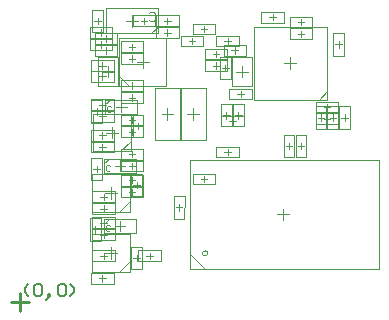
<source format=gbr>
%TF.GenerationSoftware,Altium Limited,Altium Designer,23.9.2 (47)*%
G04 Layer_Color=32768*
%FSLAX45Y45*%
%MOMM*%
%TF.SameCoordinates,AC4A3DE0-5486-420A-B1FF-1F5B93080124*%
%TF.FilePolarity,Positive*%
%TF.FileFunction,Other,Assembly_Notes*%
%TF.Part,Single*%
G01*
G75*
%TA.AperFunction,NonConductor*%
%ADD34C,0.20000*%
%ADD96C,0.10000*%
%ADD97C,0.25400*%
D34*
X73322Y53322D02*
X40000Y86645D01*
Y119968D01*
X73322Y153290D01*
X123306Y136629D02*
X139968Y153290D01*
X173290D01*
X189951Y136629D01*
Y69984D01*
X173290Y53322D01*
X139968D01*
X123306Y69984D01*
Y136629D01*
X239936Y36661D02*
X256597Y53322D01*
Y69984D01*
X239936D01*
Y53322D01*
X256597D01*
X239936Y36661D01*
X223274Y20000D01*
X323242Y136629D02*
X339903Y153290D01*
X373226D01*
X389887Y136629D01*
Y69984D01*
X373226Y53322D01*
X339903D01*
X323242Y69984D01*
Y136629D01*
X423210Y53322D02*
X456532Y86645D01*
Y119968D01*
X423210Y153290D01*
D96*
X1592361Y410000D02*
G03*
X1592361Y410000I-22361J0D01*
G01*
X665000Y2075000D02*
X835000D01*
X665000Y1825000D02*
X835000D01*
Y2075000D01*
X665000Y1825000D02*
Y2075000D01*
X750000Y1900000D02*
Y2000000D01*
X700000Y1950000D02*
X800000D01*
X1795000Y1825000D02*
X1965000D01*
X1795000Y2075000D02*
X1965000D01*
X1795000Y1825000D02*
Y2075000D01*
X1965000Y1825000D02*
Y2075000D01*
X1880001Y1900000D02*
Y2000000D01*
X1830000Y1950000D02*
X1930000D01*
X840000Y1830000D02*
X1240000D01*
X840000Y2230000D02*
X1240000D01*
X840000Y1830000D02*
Y2230000D01*
X1240000Y1830000D02*
Y2230000D01*
X1040000Y1980000D02*
Y2080000D01*
X990000Y2030000D02*
X1090000D01*
X845000Y1905567D02*
X920567Y1830000D01*
X2600000Y1710000D02*
Y2330000D01*
X1980000Y1710000D02*
Y2330000D01*
Y1710000D02*
X2600000D01*
X1980000Y2330000D02*
X2600000D01*
X2240000Y2020000D02*
X2340000D01*
X2290000Y1970000D02*
Y2070000D01*
X2529406Y1712253D02*
X2598601Y1781448D01*
X1440000Y405000D02*
X1565000Y280000D01*
X1440000Y405000D02*
Y1200000D01*
Y280000D02*
X1565000D01*
X1440000D02*
Y400000D01*
X1540000Y280000D02*
X3045000D01*
X2230000Y690000D02*
Y790000D01*
X2180000Y740000D02*
X2280000D01*
X1440000Y1200000D02*
X3045000Y1200000D01*
Y280000D02*
Y1200000D01*
X620000Y1273289D02*
Y1593289D01*
X940000D01*
X730000Y1433289D02*
X830000D01*
X780000Y1383289D02*
Y1483289D01*
X940000Y1363289D02*
Y1593289D01*
X850000Y1273289D02*
X940000Y1363289D01*
X620000Y1273289D02*
X850000D01*
X940000D01*
Y1363289D01*
X610000Y763289D02*
Y1083289D01*
X930000D01*
X720000Y923289D02*
X820000D01*
X770000Y873289D02*
Y973289D01*
X930000Y853289D02*
Y1083289D01*
X840000Y763289D02*
X930000Y853289D01*
X610000Y763289D02*
X840000D01*
X930000D01*
Y853289D01*
X610000Y253289D02*
Y573289D01*
X930000D01*
X720000Y413289D02*
X820000D01*
X770000Y363289D02*
Y463289D01*
X930000Y343289D02*
Y573289D01*
X840000Y253289D02*
X930000Y343289D01*
X610000Y253289D02*
X840000D01*
X930000D01*
Y343289D01*
X1050000Y2352500D02*
Y2407500D01*
X1022500Y2380000D02*
X1077500D01*
X955000Y2425000D02*
X1145000D01*
Y2335000D02*
Y2425000D01*
X955000Y2335000D02*
Y2425000D01*
Y2335000D02*
X1145000D01*
X1660000Y2072500D02*
Y2127500D01*
X1632500Y2100000D02*
X1687500D01*
X1565000Y2145000D02*
X1755000D01*
Y2055000D02*
Y2145000D01*
X1565000Y2055000D02*
Y2145000D01*
Y2055000D02*
X1755000D01*
X622500Y1613289D02*
X677500D01*
X650000Y1585789D02*
Y1640789D01*
X695000Y1518289D02*
Y1708289D01*
X605000D02*
X695000D01*
X605000Y1518289D02*
X695000D01*
X605000D02*
Y1708289D01*
X1800000Y1502500D02*
Y1557500D01*
X1772500Y1530000D02*
X1827500D01*
X1705000Y1575000D02*
X1895000D01*
Y1485000D02*
Y1575000D01*
X1705000Y1485000D02*
Y1575000D01*
Y1485000D02*
X1895000D01*
X710000Y362500D02*
Y417500D01*
X682500Y390000D02*
X737500D01*
X615000Y435000D02*
X805000D01*
Y345000D02*
Y435000D01*
X615000Y345000D02*
Y435000D01*
Y345000D02*
X805000D01*
X2522500Y1560000D02*
X2577500D01*
X2550000Y1532500D02*
Y1587500D01*
X2595000Y1465000D02*
Y1655000D01*
X2505000D02*
X2595000D01*
X2505000Y1465000D02*
X2595000D01*
X2505000D02*
Y1655000D01*
X2600000Y1622500D02*
Y1677500D01*
X2572500Y1650000D02*
X2627500D01*
X2505000Y1695000D02*
X2695000D01*
Y1605000D02*
Y1695000D01*
X2505000Y1605000D02*
Y1695000D01*
Y1605000D02*
X2695000D01*
X2380000Y2242500D02*
Y2297500D01*
X2352500Y2270000D02*
X2407500D01*
X2285000Y2225000D02*
X2475000D01*
X2285000D02*
Y2315000D01*
X2475000Y2225000D02*
Y2315000D01*
X2285000D02*
X2475000D01*
X700000Y1642500D02*
Y1697500D01*
X672500Y1670000D02*
X727500D01*
X605000Y1715000D02*
X795000D01*
Y1625000D02*
Y1715000D01*
X605000Y1625000D02*
Y1715000D01*
Y1625000D02*
X795000D01*
X709999Y862498D02*
Y917499D01*
X682500Y889998D02*
X737499D01*
X614999Y934998D02*
X804999D01*
Y844999D02*
Y934998D01*
X614999Y844999D02*
Y934998D01*
Y844999D02*
X804999D01*
X950000Y1222500D02*
Y1277500D01*
X922500Y1250000D02*
X977500D01*
X855000Y1295000D02*
X1045000D01*
Y1205000D02*
Y1295000D01*
X855000Y1205000D02*
Y1295000D01*
Y1205000D02*
X1045000D01*
X950000Y1802500D02*
Y1857500D01*
X922500Y1830000D02*
X977500D01*
X855000Y1875000D02*
X1045000D01*
Y1785000D02*
Y1875000D01*
X855000Y1785000D02*
Y1875000D01*
Y1785000D02*
X1045000D01*
X700000Y1972500D02*
Y2027500D01*
X672500Y2000000D02*
X727500D01*
X605000Y2045000D02*
X795000D01*
Y1955000D02*
Y2045000D01*
X605000Y1955000D02*
Y2045000D01*
Y1955000D02*
X795000D01*
X1250000Y2352500D02*
Y2407500D01*
X1222500Y2380000D02*
X1277500D01*
X1155000Y2425000D02*
X1345000D01*
Y2335000D02*
Y2425000D01*
X1155000Y2335000D02*
Y2425000D01*
Y2335000D02*
X1345000D01*
X2722500Y1560000D02*
X2777500D01*
X2750000Y1532500D02*
Y1587500D01*
X2795000Y1465000D02*
Y1655000D01*
X2705000D02*
X2795000D01*
X2705000Y1465000D02*
X2795000D01*
X2705000D02*
Y1655000D01*
X2622500Y1560000D02*
X2677500D01*
X2650000Y1532500D02*
Y1587500D01*
X2695000Y1465000D02*
Y1655000D01*
X2605000D02*
X2695000D01*
X2605000Y1465000D02*
X2695000D01*
X2605000D02*
Y1655000D01*
X1560000Y2282500D02*
Y2337500D01*
X1532500Y2310000D02*
X1587500D01*
X1465000Y2355000D02*
X1655000D01*
Y2265000D02*
Y2355000D01*
X1465000Y2265000D02*
Y2355000D01*
Y2265000D02*
X1655000D01*
X950000Y1512500D02*
Y1567500D01*
X922500Y1540000D02*
X977500D01*
X855000Y1585000D02*
X1045000D01*
Y1495000D02*
Y1585000D01*
X855000Y1495000D02*
Y1585000D01*
Y1495000D02*
X1045000D01*
X1760000Y2182500D02*
Y2237500D01*
X1732500Y2210000D02*
X1787500D01*
X1665000Y2255000D02*
X1855000D01*
Y2165000D02*
Y2255000D01*
X1665000Y2165000D02*
Y2255000D01*
Y2165000D02*
X1855000D01*
X2252500Y1320000D02*
X2307500D01*
X2280000Y1292500D02*
Y1347500D01*
X2325000Y1225000D02*
Y1415000D01*
X2235000D02*
X2325000D01*
X2235000Y1225000D02*
X2325000D01*
X2235000D02*
Y1415000D01*
X2352500Y1320000D02*
X2407500D01*
X2380000Y1292500D02*
Y1347500D01*
X2425000Y1225000D02*
Y1415000D01*
X2335000D02*
X2425000D01*
X2335000Y1225000D02*
X2425000D01*
X2335000D02*
Y1415000D01*
X950000Y1002500D02*
Y1057500D01*
X922500Y1030000D02*
X977500D01*
X855000Y1075000D02*
X1045000D01*
Y985000D02*
Y1075000D01*
X855000Y985000D02*
Y1075000D01*
Y985000D02*
X1045000D01*
X950000Y2132500D02*
Y2187500D01*
X922500Y2160000D02*
X977500D01*
X855000Y2205000D02*
X1045000D01*
Y2115000D02*
Y2205000D01*
X855000Y2115000D02*
Y2205000D01*
Y2115000D02*
X1045000D01*
X690000Y2252500D02*
Y2307500D01*
X662500Y2280000D02*
X717500D01*
X595000Y2325000D02*
X785000D01*
Y2235000D02*
Y2325000D01*
X595000Y2235000D02*
Y2325000D01*
Y2235000D02*
X785000D01*
X2380000Y2342500D02*
Y2397500D01*
X2352500Y2370000D02*
X2407500D01*
X2285000Y2325000D02*
X2475000D01*
X2285000D02*
Y2415000D01*
X2475000Y2325000D02*
Y2415000D01*
X2285000D02*
X2475000D01*
X700000Y1382500D02*
Y1437500D01*
X672500Y1410000D02*
X727500D01*
X605000Y1455000D02*
X795000D01*
Y1365000D02*
Y1455000D01*
X605000Y1365000D02*
Y1455000D01*
Y1365000D02*
X795000D01*
X700000Y1542500D02*
Y1597500D01*
X672500Y1570000D02*
X727500D01*
X605000Y1525000D02*
X795000D01*
X605000D02*
Y1615000D01*
X795000Y1525000D02*
Y1615000D01*
X605000D02*
X795000D01*
X1460000Y2182500D02*
Y2237500D01*
X1432500Y2210000D02*
X1487500D01*
X1365000Y2255000D02*
X1555000D01*
Y2165000D02*
Y2255000D01*
X1365000Y2165000D02*
Y2255000D01*
Y2165000D02*
X1555000D01*
X700000Y1282500D02*
Y1337500D01*
X672500Y1310000D02*
X727500D01*
X605000Y1265000D02*
X795000D01*
X605000D02*
Y1355000D01*
X795000Y1265000D02*
Y1355000D01*
X605000D02*
X795000D01*
X1250000Y2252500D02*
Y2307500D01*
X1222500Y2280000D02*
X1277500D01*
X1155000Y2235000D02*
X1345000D01*
X1155000D02*
Y2325000D01*
X1345000Y2235000D02*
Y2325000D01*
X1155000D02*
X1345000D01*
X950000Y1412500D02*
Y1467500D01*
X922500Y1440000D02*
X977500D01*
X855000Y1395000D02*
X1045000D01*
X855000D02*
Y1485000D01*
X1045000Y1395000D02*
Y1485000D01*
X855000D02*
X1045000D01*
X710000Y762500D02*
Y817500D01*
X682500Y790000D02*
X737500D01*
X615000Y745000D02*
X805000D01*
X615000D02*
Y835000D01*
X805000Y745000D02*
Y835000D01*
X615000D02*
X805000D01*
X950000Y1122500D02*
Y1177500D01*
X922500Y1150000D02*
X977500D01*
X855000Y1195000D02*
X1045000D01*
Y1105000D02*
Y1195000D01*
X855000Y1105000D02*
Y1195000D01*
Y1105000D02*
X1045000D01*
X710000Y642500D02*
Y697500D01*
X682500Y670000D02*
X737500D01*
X615000Y715000D02*
X805000D01*
Y625000D02*
Y715000D01*
X615000Y625000D02*
Y715000D01*
Y625000D02*
X805000D01*
X1100000Y362500D02*
Y417500D01*
X1072500Y390000D02*
X1127500D01*
X1005000Y435000D02*
X1195000D01*
Y345000D02*
Y435000D01*
X1005000Y345000D02*
Y435000D01*
Y345000D02*
X1195000D01*
X710000Y542500D02*
Y597500D01*
X682500Y570000D02*
X737500D01*
X615000Y615000D02*
X805000D01*
Y525000D02*
Y615000D01*
X615000Y525000D02*
Y615000D01*
Y525000D02*
X805000D01*
X1660000Y1972500D02*
Y2027500D01*
X1632500Y2000000D02*
X1687500D01*
X1565000Y1955000D02*
X1755000D01*
X1565000D02*
Y2045000D01*
X1755000Y1955000D02*
Y2045000D01*
X1565000D02*
X1755000D01*
X950000Y902500D02*
Y957500D01*
X922500Y930000D02*
X977500D01*
X855000Y975000D02*
X1045000D01*
Y885000D02*
Y975000D01*
X855000Y885000D02*
Y975000D01*
Y885000D02*
X1045000D01*
X950000Y1702500D02*
Y1757500D01*
X922500Y1730000D02*
X977500D01*
X855000Y1775000D02*
X1045000D01*
Y1685000D02*
Y1775000D01*
X855000Y1685000D02*
Y1775000D01*
Y1685000D02*
X1045000D01*
X700000Y1882500D02*
Y1937500D01*
X672500Y1910000D02*
X727500D01*
X605000Y1955000D02*
X795000D01*
Y1865000D02*
Y1955000D01*
X605000Y1865000D02*
Y1955000D01*
Y1865000D02*
X795000D01*
X2600000Y1522500D02*
Y1577500D01*
X2572500Y1550000D02*
X2627500D01*
X2505000Y1595000D02*
X2695000D01*
Y1505000D02*
Y1595000D01*
X2505000Y1505000D02*
Y1595000D01*
Y1505000D02*
X2695000D01*
X950000Y2032500D02*
Y2087500D01*
X922500Y2060000D02*
X977500D01*
X855000Y2015000D02*
X1045000D01*
X855000D02*
Y2105000D01*
X1045000Y2015000D02*
Y2105000D01*
X855000D02*
X1045000D01*
X1560000Y1012500D02*
Y1067500D01*
X1532500Y1040000D02*
X1587500D01*
X1465000Y1085000D02*
X1655000D01*
Y995000D02*
Y1085000D01*
X1465000Y995000D02*
Y1085000D01*
Y995000D02*
X1655000D01*
X972500Y1490000D02*
X1027500D01*
X1000000Y1462500D02*
Y1517500D01*
X955000Y1395000D02*
Y1585000D01*
Y1395000D02*
X1045000D01*
X955000Y1585000D02*
X1045000D01*
Y1395000D02*
Y1585000D01*
X962500Y990000D02*
X1017500D01*
X990000Y962500D02*
Y1017500D01*
X945000Y895000D02*
Y1085000D01*
Y895000D02*
X1035000D01*
X945000Y1085000D02*
X1035000D01*
Y895000D02*
Y1085000D01*
X622500Y1123289D02*
X677500D01*
X650000Y1095790D02*
Y1150789D01*
X695000Y1028289D02*
Y1218289D01*
X605000D02*
X695000D01*
X605000Y1028289D02*
X695000D01*
X605000D02*
Y1218289D01*
X690000Y2152500D02*
Y2207500D01*
X662500Y2180000D02*
X717500D01*
X595000Y2135000D02*
X785000D01*
X595000D02*
Y2225000D01*
X785000Y2135000D02*
Y2225000D01*
X595000D02*
X785000D01*
X1822500Y1580000D02*
X1877500D01*
X1850000Y1552500D02*
Y1607500D01*
X1895000Y1485000D02*
Y1675000D01*
X1805000D02*
X1895000D01*
X1805000Y1485000D02*
X1895000D01*
X1805000D02*
Y1675000D01*
X962500Y370000D02*
X1017500D01*
X990000Y342500D02*
Y397500D01*
X945000Y275000D02*
Y465000D01*
Y275000D02*
X1035000D01*
X945000Y465000D02*
X1035000D01*
Y275000D02*
Y465000D01*
X612500Y613289D02*
X667500D01*
X640000Y585789D02*
Y640789D01*
X685000Y518289D02*
Y708289D01*
X595000D02*
X685000D01*
X595000Y518289D02*
X685000D01*
X595000D02*
Y708289D01*
X725000Y1713289D02*
X805000D01*
X725000Y1633289D02*
Y1713289D01*
X995000Y1593289D02*
Y1713289D01*
X725000Y1593289D02*
X995000D01*
X815000Y1653289D02*
X905000D01*
X860000Y1608289D02*
Y1698289D01*
X765576Y1713289D02*
X995000D01*
X725000Y1672713D02*
X765576Y1713289D01*
X725000Y1593289D02*
Y1672713D01*
X1090000Y2275000D02*
X1170000D01*
Y2355000D01*
Y2330459D02*
Y2485000D01*
X1114541Y2275000D02*
X1170000Y2330459D01*
X730000Y2275000D02*
X1114541D01*
X950000Y2330000D02*
Y2430000D01*
X900000Y2380000D02*
X1000000D01*
X730000Y2485000D02*
X1170000D01*
X730000Y2275000D02*
Y2485000D01*
X715000Y1093289D02*
Y1172884D01*
X755405Y1213289D01*
X985000D01*
Y1093289D02*
Y1213289D01*
X715000Y1093289D02*
X985000D01*
X805000Y1153289D02*
X895000D01*
X850000Y1108289D02*
Y1198289D01*
X715000Y1133289D02*
Y1213289D01*
X795000D01*
X715000Y583289D02*
Y662884D01*
X755405Y703289D01*
X985000D01*
Y583289D02*
Y703289D01*
X715000Y583289D02*
X985000D01*
X805000Y643289D02*
X895000D01*
X850000Y598289D02*
Y688289D01*
X715000Y623289D02*
Y703289D01*
X795000D01*
X1420000Y1590000D02*
X1520000D01*
X1470000Y1540000D02*
Y1640000D01*
X1575000Y1370000D02*
Y1810000D01*
X1365000Y1370000D02*
Y1810000D01*
X1575000D01*
X1365000Y1370000D02*
X1575000D01*
X704936Y2475000D02*
X705179Y2285000D01*
X614903D02*
X615364Y2475000D01*
X660000Y2352500D02*
Y2407500D01*
X632500Y2380000D02*
X687500D01*
X615364Y2475000D02*
X704936D01*
X614903Y2285000D02*
X705179D01*
X635000Y2174936D02*
X825000Y2175180D01*
X635000Y2085364D02*
X825000Y2084903D01*
X702500Y2130000D02*
X757500D01*
X730000Y2102500D02*
Y2157500D01*
X635000Y2085364D02*
Y2174936D01*
X825000Y2084903D02*
Y2175180D01*
X1200000Y1590000D02*
X1300000D01*
X1250000Y1540000D02*
Y1640000D01*
X1355000Y1370000D02*
Y1810000D01*
X1145000Y1370000D02*
Y1810000D01*
X1355000D01*
X1145000Y1370000D02*
X1355000D01*
X635000Y2274936D02*
X825000Y2275180D01*
X635000Y2185364D02*
X825000Y2184903D01*
X702500Y2230000D02*
X757500D01*
X730000Y2202500D02*
Y2257500D01*
X635000Y2185364D02*
Y2274936D01*
X825000Y2184903D02*
Y2275180D01*
X1704904Y1485000D02*
X1795180D01*
X1705364Y1675000D02*
X1794936D01*
X1722500Y1580000D02*
X1777500D01*
X1750001Y1552500D02*
Y1607500D01*
X1704904Y1485000D02*
X1705364Y1675000D01*
X1794936D02*
X1795180Y1485000D01*
X1775000Y1804936D02*
X1965000Y1805180D01*
X1775000Y1715364D02*
X1965000Y1714903D01*
X1842500Y1760000D02*
X1897500D01*
X1870000Y1732500D02*
Y1787500D01*
X1775000Y1715364D02*
Y1804936D01*
X1965000Y1714903D02*
Y1805180D01*
X2654820Y2275000D02*
X2655064Y2085000D01*
X2744636D02*
X2745097Y2275000D01*
X2700000Y2152500D02*
Y2207500D01*
X2672500Y2180000D02*
X2727500D01*
X2655064Y2085000D02*
X2744636D01*
X2654820Y2275000D02*
X2745097D01*
X2045000Y2364821D02*
X2235000Y2365064D01*
X2045000Y2455097D02*
X2235000Y2454636D01*
X2112500Y2410000D02*
X2167500D01*
X2140000Y2382500D02*
Y2437500D01*
X2235000Y2365064D02*
Y2454636D01*
X2045000Y2364821D02*
Y2455097D01*
X1784936Y2075000D02*
X1785180Y1885000D01*
X1694903D02*
X1695364Y2075000D01*
X1740000Y1952500D02*
Y2007500D01*
X1712500Y1980000D02*
X1767500D01*
X1695364Y2075000D02*
X1784936D01*
X1694903Y1885000D02*
X1785180D01*
X1725002Y2174936D02*
X1915002Y2175180D01*
X1725002Y2085364D02*
X1915002Y2084904D01*
X1792502Y2130001D02*
X1847502D01*
X1820002Y2102501D02*
Y2157501D01*
X1725002Y2085364D02*
Y2174936D01*
X1915002Y2084904D02*
Y2175180D01*
X1665000Y1224821D02*
X1855000Y1225064D01*
X1665000Y1315097D02*
X1855000Y1314636D01*
X1732500Y1270000D02*
X1787500D01*
X1760000Y1242500D02*
Y1297500D01*
X1855000Y1225064D02*
Y1314636D01*
X1665000Y1224821D02*
Y1315097D01*
X605000Y154821D02*
X795000Y155064D01*
X605000Y245097D02*
X795000Y244637D01*
X672500Y200000D02*
X727500D01*
X700000Y172500D02*
Y227500D01*
X795000Y155064D02*
Y244637D01*
X605000Y154821D02*
Y245097D01*
X1304821Y895000D02*
X1305064Y705000D01*
X1394637D02*
X1395097Y895000D01*
X1350000Y772500D02*
Y827500D01*
X1322500Y800000D02*
X1377500D01*
X1305064Y705000D02*
X1394637D01*
X1304821Y895000D02*
X1395097D01*
X773323Y1649943D02*
X764992Y1658273D01*
X748331D01*
X740000Y1649943D01*
Y1616620D01*
X748331Y1608289D01*
X764992D01*
X773323Y1616620D01*
X1091684Y2388353D02*
X1105013Y2375024D01*
X1131671D01*
X1145000Y2388353D01*
Y2441669D01*
X1131671Y2454998D01*
X1105013D01*
X1091684Y2441669D01*
X763323Y1149943D02*
X754992Y1158273D01*
X738331D01*
X730000Y1149943D01*
Y1116620D01*
X738331Y1108289D01*
X754992D01*
X763323Y1116620D01*
Y639942D02*
X754992Y648273D01*
X738331D01*
X730000Y639942D01*
Y606620D01*
X738331Y598289D01*
X754992D01*
X763323Y606620D01*
D97*
X0Y-76200D02*
Y76200D01*
X-76200Y0D02*
X76200D01*
%TF.MD5,b8d811945cdbfc970044e42648717dec*%
M02*

</source>
